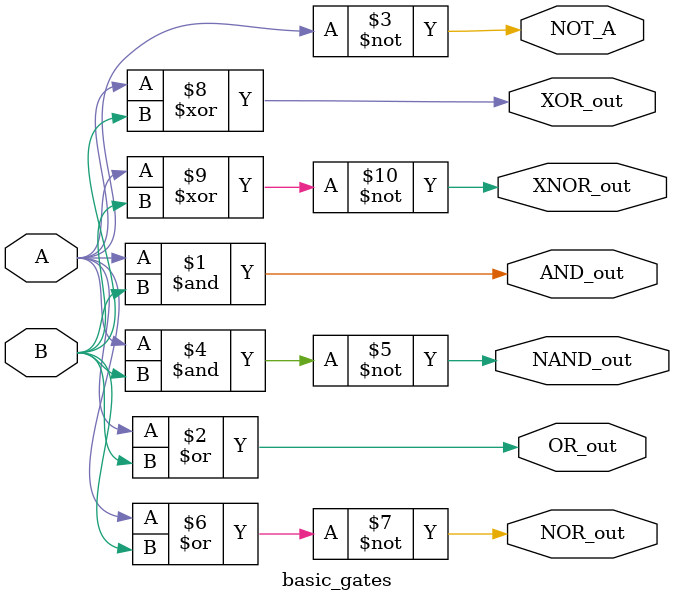
<source format=v>
`timescale 1ns / 1ps

module basic_gates(
    input A,
    input B,
    output AND_out,
    output OR_out,
    output NOT_A,
    output NAND_out,
    output NOR_out,
    output XOR_out,
    output XNOR_out
    );
assign AND_out = A & B;
assign OR_out = A | B;
assign NOT_A = ~A;
assign NAND_out = ~(A & B);
assign NOR_out = ~(A | B);
assign XOR_out = A ^ B;
assign XNOR_out = ~(A ^ B);
endmodule

</source>
